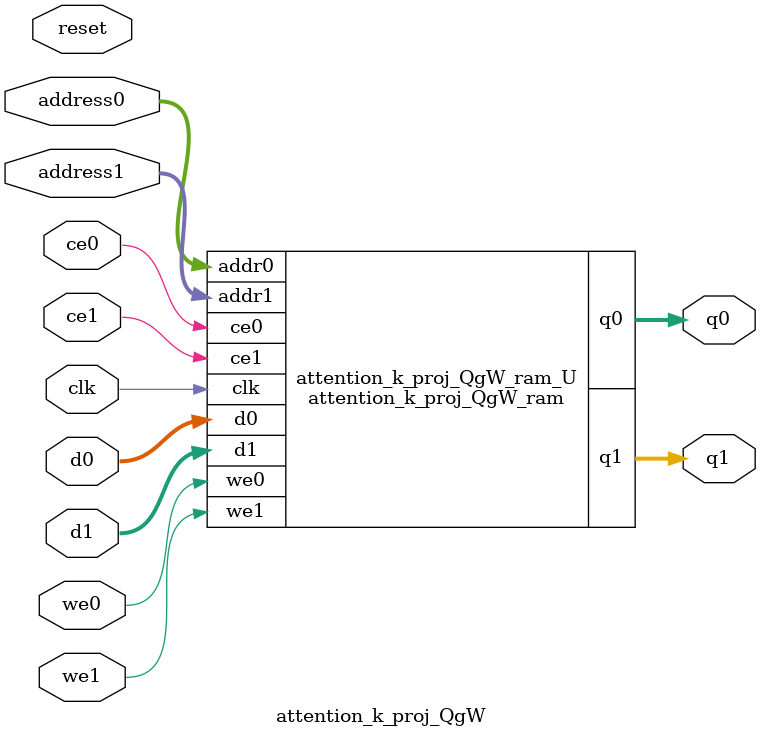
<source format=v>
`timescale 1 ns / 1 ps
module attention_k_proj_QgW_ram (addr0, ce0, d0, we0, q0, addr1, ce1, d1, we1, q1,  clk);

parameter DWIDTH = 40;
parameter AWIDTH = 4;
parameter MEM_SIZE = 16;

input[AWIDTH-1:0] addr0;
input ce0;
input[DWIDTH-1:0] d0;
input we0;
output reg[DWIDTH-1:0] q0;
input[AWIDTH-1:0] addr1;
input ce1;
input[DWIDTH-1:0] d1;
input we1;
output reg[DWIDTH-1:0] q1;
input clk;

(* ram_style = "block" *)reg [DWIDTH-1:0] ram[0:MEM_SIZE-1];




always @(posedge clk)  
begin 
    if (ce0) begin
        if (we0) 
            ram[addr0] <= d0; 
        q0 <= ram[addr0];
    end
end


always @(posedge clk)  
begin 
    if (ce1) begin
        if (we1) 
            ram[addr1] <= d1; 
        q1 <= ram[addr1];
    end
end


endmodule

`timescale 1 ns / 1 ps
module attention_k_proj_QgW(
    reset,
    clk,
    address0,
    ce0,
    we0,
    d0,
    q0,
    address1,
    ce1,
    we1,
    d1,
    q1);

parameter DataWidth = 32'd40;
parameter AddressRange = 32'd16;
parameter AddressWidth = 32'd4;
input reset;
input clk;
input[AddressWidth - 1:0] address0;
input ce0;
input we0;
input[DataWidth - 1:0] d0;
output[DataWidth - 1:0] q0;
input[AddressWidth - 1:0] address1;
input ce1;
input we1;
input[DataWidth - 1:0] d1;
output[DataWidth - 1:0] q1;



attention_k_proj_QgW_ram attention_k_proj_QgW_ram_U(
    .clk( clk ),
    .addr0( address0 ),
    .ce0( ce0 ),
    .we0( we0 ),
    .d0( d0 ),
    .q0( q0 ),
    .addr1( address1 ),
    .ce1( ce1 ),
    .we1( we1 ),
    .d1( d1 ),
    .q1( q1 ));

endmodule


</source>
